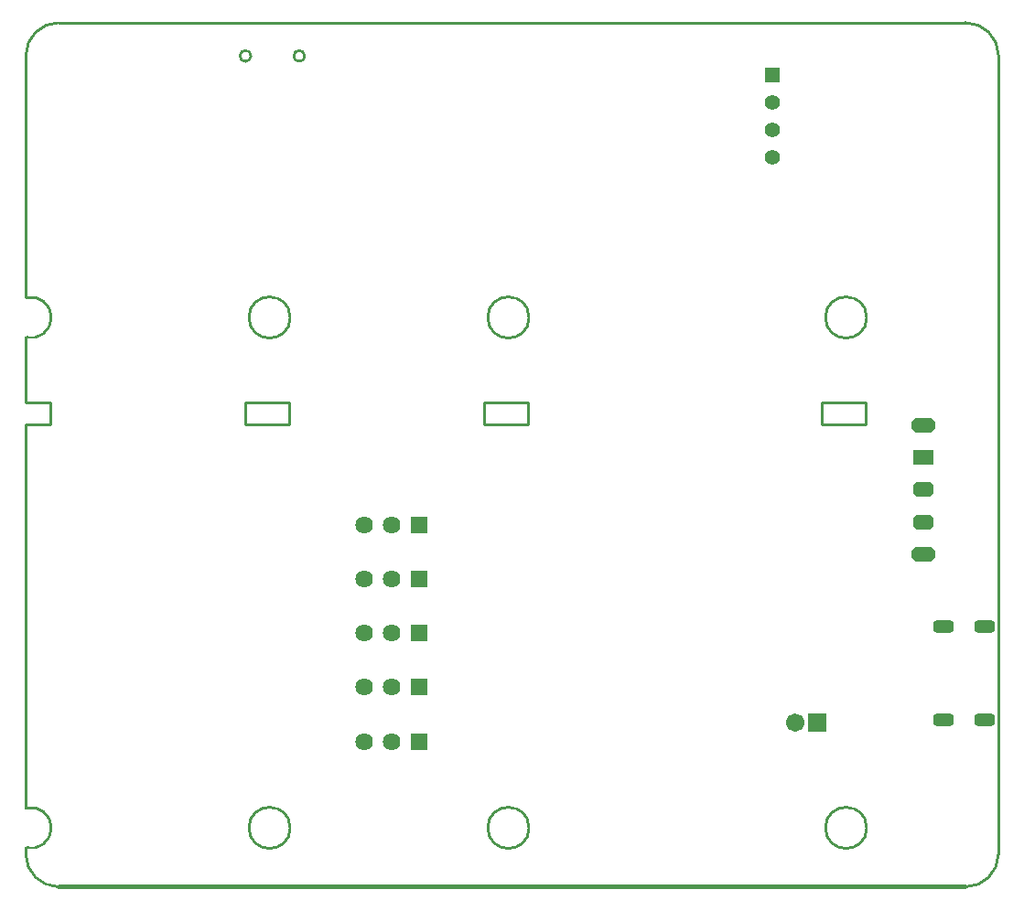
<source format=gbs>
G04*
G04 #@! TF.GenerationSoftware,Altium Limited,Altium Designer,20.2.6 (244)*
G04*
G04 Layer_Color=16711935*
%FSLAX24Y24*%
%MOIN*%
G70*
G04*
G04 #@! TF.SameCoordinates,2017631A-D77C-4579-BA5B-B5A4186395AE*
G04*
G04*
G04 #@! TF.FilePolarity,Negative*
G04*
G01*
G75*
%ADD11C,0.0100*%
%ADD17C,0.0080*%
%ADD77R,0.0640X0.0640*%
G04:AMPARAMS|DCode=84|XSize=54mil|YSize=84mil|CornerRadius=0mil|HoleSize=0mil|Usage=FLASHONLY|Rotation=270.000|XOffset=0mil|YOffset=0mil|HoleType=Round|Shape=Octagon|*
%AMOCTAGOND84*
4,1,8,0.0420,0.0135,0.0420,-0.0135,0.0285,-0.0270,-0.0285,-0.0270,-0.0420,-0.0135,-0.0420,0.0135,-0.0285,0.0270,0.0285,0.0270,0.0420,0.0135,0.0*
%
%ADD84OCTAGOND84*%

%ADD85R,0.0740X0.0540*%
G04:AMPARAMS|DCode=86|XSize=54mil|YSize=74mil|CornerRadius=0mil|HoleSize=0mil|Usage=FLASHONLY|Rotation=270.000|XOffset=0mil|YOffset=0mil|HoleType=Round|Shape=Octagon|*
%AMOCTAGOND86*
4,1,8,0.0370,0.0135,0.0370,-0.0135,0.0235,-0.0270,-0.0235,-0.0270,-0.0370,-0.0135,-0.0370,0.0135,-0.0235,0.0270,0.0235,0.0270,0.0370,0.0135,0.0*
%
%ADD86OCTAGOND86*%

G04:AMPARAMS|DCode=87|XSize=43.4mil|YSize=74.9mil|CornerRadius=11.8mil|HoleSize=0mil|Usage=FLASHONLY|Rotation=90.000|XOffset=0mil|YOffset=0mil|HoleType=Round|Shape=RoundedRectangle|*
%AMROUNDEDRECTD87*
21,1,0.0434,0.0512,0,0,90.0*
21,1,0.0197,0.0749,0,0,90.0*
1,1,0.0237,0.0256,0.0098*
1,1,0.0237,0.0256,-0.0098*
1,1,0.0237,-0.0256,-0.0098*
1,1,0.0237,-0.0256,0.0098*
%
%ADD87ROUNDEDRECTD87*%
%ADD88C,0.0550*%
%ADD89R,0.0550X0.0550*%
%ADD90C,0.0670*%
%ADD91R,0.0670X0.0670*%
%ADD92C,0.0640*%
D11*
X42520Y48230D02*
G03*
X42520Y48230I-200J0D01*
G01*
X44480D02*
G03*
X44480Y48230I-200J0D01*
G01*
X69750Y48250D02*
G03*
X68550Y49442I-1196J-4D01*
G01*
X35520D02*
G03*
X34320Y48242I0J-1200D01*
G01*
X68550Y17950D02*
G03*
X69750Y19150I0J1200D01*
G01*
X34320Y19142D02*
G03*
X35520Y17950I1196J4D01*
G01*
X34320Y19372D02*
G03*
X34319Y20828I180J728D01*
G01*
X34324Y37971D02*
G03*
X34325Y39429I176J729D01*
G01*
X64950Y20100D02*
G03*
X64950Y20100I-750J0D01*
G01*
X64950Y38700D02*
G03*
X64950Y38700I-750J0D01*
G01*
X43950Y38700D02*
G03*
X43950Y38700I-750J0D01*
G01*
Y20100D02*
G03*
X43950Y20100I-750J0D01*
G01*
X52650Y38700D02*
G03*
X52650Y38700I-750J0D01*
G01*
X52650Y20100D02*
G03*
X52650Y20100I-750J0D01*
G01*
X34320Y39434D02*
Y48242D01*
X35520Y49442D02*
X68550D01*
X69750Y19150D02*
Y48250D01*
X35520Y17950D02*
X68550D01*
X34320Y19142D02*
Y19372D01*
X34319Y35600D02*
Y37971D01*
Y35600D02*
X35200D01*
X34319Y34800D02*
X34319Y20828D01*
X63300Y34800D02*
Y35600D01*
X64900Y34800D02*
Y35600D01*
X63300D02*
X64900D01*
X63300Y34800D02*
X64900D01*
X51000D02*
X52600D01*
X51000Y35600D02*
X52600D01*
Y34800D02*
Y35600D01*
X51000Y34800D02*
Y35600D01*
X42300Y34800D02*
X43900D01*
X42300Y35600D02*
X43900D01*
Y34800D02*
Y35600D01*
X42300Y34800D02*
Y35600D01*
X35200Y34800D02*
Y35600D01*
X34319Y34800D02*
X35200D01*
D17*
X68550Y17900D02*
G03*
X68600Y17950I0J50D01*
G01*
D02*
G03*
X68550Y18000I-50J0D01*
G01*
X35520D02*
G03*
X35520Y17900I0J-50D01*
G01*
X68550D01*
X35520Y18000D02*
X68550D01*
D77*
X48650Y27200D02*
D03*
Y25225D02*
D03*
Y23250D02*
D03*
Y31150D02*
D03*
Y29175D02*
D03*
D84*
X67000Y30057D02*
D03*
Y34781D02*
D03*
D85*
Y33600D02*
D03*
D86*
Y32419D02*
D03*
Y31238D02*
D03*
D87*
X69246Y27448D02*
D03*
Y24046D02*
D03*
X67750D02*
D03*
Y27448D02*
D03*
D88*
X61500Y45550D02*
D03*
Y46550D02*
D03*
Y44550D02*
D03*
D89*
Y47550D02*
D03*
D90*
X62363Y23950D02*
D03*
D91*
X63150D02*
D03*
D92*
X47650Y27200D02*
D03*
X46650D02*
D03*
X47650Y25225D02*
D03*
X46650D02*
D03*
X47650Y23250D02*
D03*
X46650D02*
D03*
X47650Y31150D02*
D03*
X46650D02*
D03*
X47650Y29175D02*
D03*
X46650D02*
D03*
M02*

</source>
